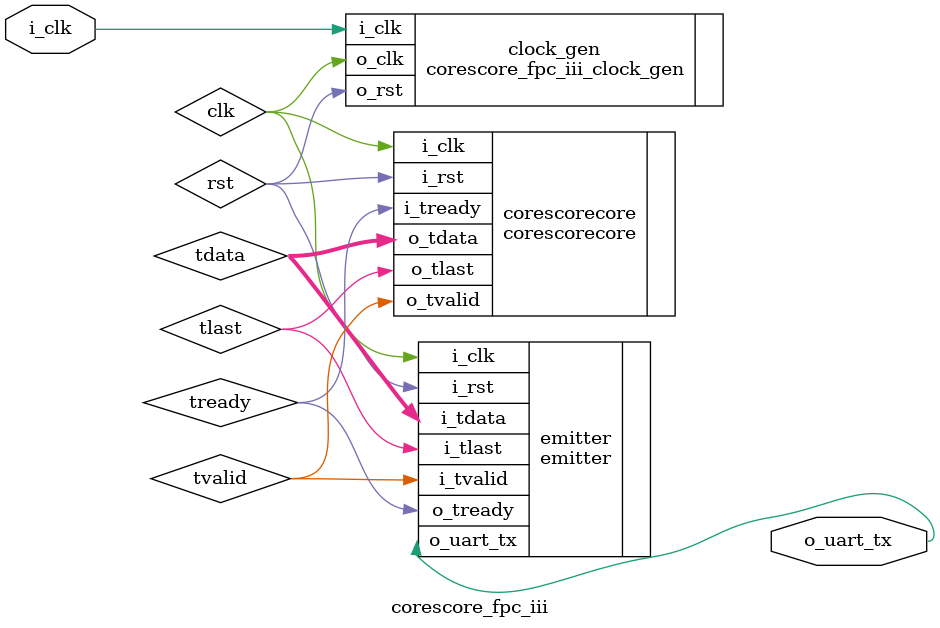
<source format=v>

`default_nettype none
module corescore_fpc_iii( input i_clk, output o_uart_tx );
    wire clk;
    wire rst;

    corescore_fpc_iii_clock_gen clock_gen( .i_clk( i_clk ), .o_clk( clk ),
					   .o_rst( rst ) );

    parameter memfile_emitter = "emitter.hex";

   wire [7:0]  tdata;
   wire        tlast;
   wire        tvalid;
   wire        tready;

   corescorecore corescorecore
     (.i_clk     (clk),
      .i_rst     (rst),
      .o_tdata   (tdata),
      .o_tlast   (tlast),
      .o_tvalid  (tvalid),
      .i_tready  (tready));

   emitter #(.memfile (memfile_emitter)) emitter
     (.i_clk     (clk),
      .i_rst     (rst),
      .i_tdata   (tdata),
      .i_tlast   (tlast),
      .i_tvalid  (tvalid),
      .o_tready  (tready),
      .o_uart_tx (o_uart_tx));

endmodule

</source>
